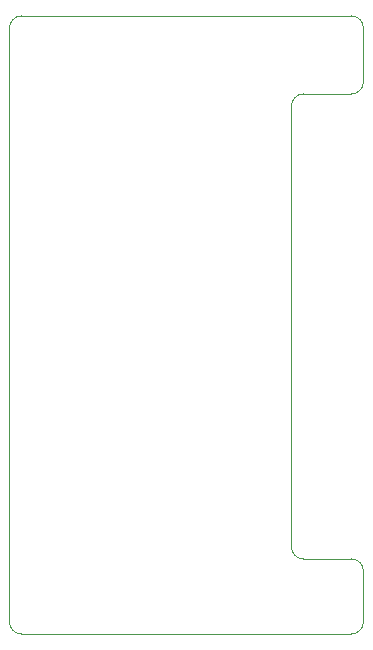
<source format=gm1>
%TF.GenerationSoftware,KiCad,Pcbnew,7.0.5-0*%
%TF.CreationDate,2023-07-08T23:53:13+02:00*%
%TF.ProjectId,Breadboard Power Supply,42726561-6462-46f6-9172-6420506f7765,rev?*%
%TF.SameCoordinates,Original*%
%TF.FileFunction,Profile,NP*%
%FSLAX46Y46*%
G04 Gerber Fmt 4.6, Leading zero omitted, Abs format (unit mm)*
G04 Created by KiCad (PCBNEW 7.0.5-0) date 2023-07-08 23:53:13*
%MOMM*%
%LPD*%
G01*
G04 APERTURE LIST*
%TA.AperFunction,Profile*%
%ADD10C,0.100000*%
%TD*%
G04 APERTURE END LIST*
D10*
X149352000Y-71628000D02*
G75*
G03*
X148336000Y-70612000I-1016000J0D01*
G01*
X148336000Y-77216000D02*
G75*
G03*
X149352000Y-76200000I0J1016000D01*
G01*
X144272000Y-77216000D02*
G75*
G03*
X143256000Y-78232000I0J-1016000D01*
G01*
X149352000Y-117602000D02*
G75*
G03*
X148336000Y-116586000I-1016000J0D01*
G01*
X143256000Y-115570000D02*
G75*
G03*
X144272000Y-116586000I1016000J0D01*
G01*
X148336000Y-122936000D02*
G75*
G03*
X149352000Y-121920000I0J1016000D01*
G01*
X120396000Y-70612000D02*
G75*
G03*
X119380000Y-71628000I0J-1016000D01*
G01*
X119380000Y-121920000D02*
G75*
G03*
X120396000Y-122936000I1016000J0D01*
G01*
X149352000Y-76200000D02*
X149352000Y-71628000D01*
X144272000Y-77216000D02*
X148336000Y-77216000D01*
X143256000Y-115570000D02*
X143256000Y-78232000D01*
X148336000Y-116586000D02*
X144272000Y-116586000D01*
X149352000Y-121920000D02*
X149352000Y-117602000D01*
X120396000Y-122936000D02*
X148336000Y-122936000D01*
X119380000Y-71628000D02*
X119380000Y-121920000D01*
X148336000Y-70612000D02*
X120396000Y-70612000D01*
M02*

</source>
